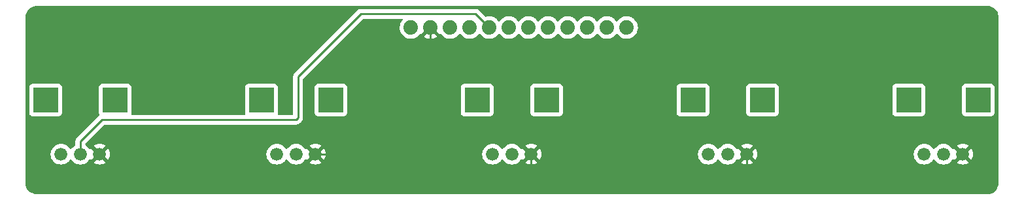
<source format=gbl>
G04 #@! TF.GenerationSoftware,KiCad,Pcbnew,6.0.5-a6ca702e91~116~ubuntu22.04.1*
G04 #@! TF.CreationDate,2022-06-23T14:32:34-07:00*
G04 #@! TF.ProjectId,slim_deej,736c696d-5f64-4656-956a-2e6b69636164,v0.0*
G04 #@! TF.SameCoordinates,Original*
G04 #@! TF.FileFunction,Copper,L2,Bot*
G04 #@! TF.FilePolarity,Positive*
%FSLAX46Y46*%
G04 Gerber Fmt 4.6, Leading zero omitted, Abs format (unit mm)*
G04 Created by KiCad (PCBNEW 6.0.5-a6ca702e91~116~ubuntu22.04.1) date 2022-06-23 14:32:34*
%MOMM*%
%LPD*%
G01*
G04 APERTURE LIST*
G04 #@! TA.AperFunction,ComponentPad*
%ADD10C,1.879600*%
G04 #@! TD*
G04 #@! TA.AperFunction,ComponentPad*
%ADD11C,1.676400*%
G04 #@! TD*
G04 #@! TA.AperFunction,ComponentPad*
%ADD12R,3.216000X3.216000*%
G04 #@! TD*
G04 #@! TA.AperFunction,Conductor*
%ADD13C,0.254000*%
G04 #@! TD*
G04 APERTURE END LIST*
D10*
X164058600Y-84378800D03*
X161518600Y-84378800D03*
X158978600Y-84378800D03*
X156438600Y-84378800D03*
X153898600Y-84378800D03*
X151358600Y-84378800D03*
X148818600Y-84378800D03*
X146278600Y-84378800D03*
X143738600Y-84378800D03*
X141198600Y-84378800D03*
X138658600Y-84378800D03*
X136118600Y-84378800D03*
D11*
X179639600Y-100776800D03*
X177139600Y-100776800D03*
X174639600Y-100776800D03*
D12*
X181639600Y-93776800D03*
X172639600Y-93776800D03*
D11*
X151699600Y-100776800D03*
X149199600Y-100776800D03*
X146699600Y-100776800D03*
D12*
X153699600Y-93776800D03*
X144699600Y-93776800D03*
D11*
X95819600Y-100776800D03*
X93319600Y-100776800D03*
X90819600Y-100776800D03*
D12*
X97819600Y-93776800D03*
X88819600Y-93776800D03*
D11*
X207579600Y-100776800D03*
X205079600Y-100776800D03*
X202579600Y-100776800D03*
D12*
X209579600Y-93776800D03*
X200579600Y-93776800D03*
D11*
X123759600Y-100776800D03*
X121259600Y-100776800D03*
X118759600Y-100776800D03*
D12*
X125759600Y-93776800D03*
X116759600Y-93776800D03*
D13*
X121513600Y-90728800D02*
X129641600Y-82600800D01*
X144500600Y-82600800D02*
X146278600Y-84378800D01*
X93319600Y-100776800D02*
X93319600Y-99110800D01*
X96113600Y-96316800D02*
X121259600Y-96316800D01*
X121259600Y-96316800D02*
X121513600Y-96062800D01*
X121513600Y-96062800D02*
X121513600Y-90728800D01*
X93319600Y-99110800D02*
X96113600Y-96316800D01*
X129641600Y-82600800D02*
X144500600Y-82600800D01*
X141071600Y-102920800D02*
X151739600Y-102920800D01*
X151699600Y-102880800D02*
X151739600Y-102920800D01*
X138643600Y-100776800D02*
X138785600Y-100634800D01*
X97963600Y-102920800D02*
X95819600Y-100776800D01*
X123759600Y-100776800D02*
X138643600Y-100776800D01*
X151739600Y-102920800D02*
X179679600Y-102920800D01*
X141071600Y-102920800D02*
X97963600Y-102920800D01*
X151699600Y-100776800D02*
X151699600Y-102880800D01*
X179639600Y-102880800D02*
X179679600Y-102920800D01*
X179679600Y-102920800D02*
X205435600Y-102920800D01*
X138658600Y-100507800D02*
X138785600Y-100634800D01*
X138785600Y-100634800D02*
X141071600Y-102920800D01*
X179639600Y-100776800D02*
X179639600Y-102880800D01*
X205435600Y-102920800D02*
X207579600Y-100776800D01*
X138658600Y-84378800D02*
X138658600Y-100507800D01*
G04 #@! TA.AperFunction,Conductor*
G36*
X210745228Y-81580739D02*
G01*
X210760728Y-81583561D01*
X210769659Y-81582625D01*
X210776037Y-81581957D01*
X210801373Y-81581864D01*
X210967393Y-81598022D01*
X210985116Y-81601035D01*
X211039126Y-81614241D01*
X211171819Y-81646688D01*
X211188917Y-81652187D01*
X211367228Y-81723949D01*
X211383383Y-81731834D01*
X211549647Y-81828230D01*
X211564518Y-81838334D01*
X211715380Y-81957420D01*
X211728660Y-81969537D01*
X211861034Y-82108875D01*
X211872455Y-82122759D01*
X211983649Y-82279515D01*
X211992977Y-82294882D01*
X212080738Y-82465880D01*
X212087785Y-82482419D01*
X212133594Y-82615561D01*
X212150313Y-82664156D01*
X212154930Y-82681512D01*
X212190962Y-82870325D01*
X212193062Y-82888168D01*
X212200360Y-83047524D01*
X212199093Y-83066361D01*
X212198807Y-83073923D01*
X212197198Y-83082758D01*
X212201366Y-83122541D01*
X212202052Y-83135690D01*
X212200266Y-91930503D01*
X212197713Y-104499806D01*
X212195676Y-104522345D01*
X212192839Y-104537928D01*
X212193775Y-104546859D01*
X212194443Y-104553237D01*
X212194536Y-104578573D01*
X212178378Y-104744593D01*
X212175365Y-104762316D01*
X212129714Y-104949013D01*
X212124213Y-104966117D01*
X212052451Y-105144428D01*
X212044566Y-105160583D01*
X211948170Y-105326847D01*
X211938066Y-105341718D01*
X211818980Y-105492580D01*
X211806863Y-105505860D01*
X211667525Y-105638234D01*
X211653641Y-105649655D01*
X211496885Y-105760849D01*
X211481518Y-105770177D01*
X211310520Y-105857938D01*
X211293980Y-105864985D01*
X211112239Y-105927514D01*
X211094888Y-105932130D01*
X210906075Y-105968162D01*
X210888232Y-105970262D01*
X210728876Y-105977560D01*
X210710039Y-105976293D01*
X210702477Y-105976007D01*
X210693642Y-105974398D01*
X210653801Y-105978572D01*
X210640677Y-105979258D01*
X165552919Y-105977661D01*
X87676561Y-105974903D01*
X87654000Y-105972866D01*
X87647306Y-105971647D01*
X87647304Y-105971647D01*
X87638472Y-105970039D01*
X87627332Y-105971207D01*
X87623166Y-105971643D01*
X87597828Y-105971736D01*
X87431808Y-105955578D01*
X87414085Y-105952565D01*
X87360075Y-105939359D01*
X87227382Y-105906912D01*
X87210280Y-105901411D01*
X87031970Y-105829650D01*
X87015825Y-105821771D01*
X86849550Y-105725368D01*
X86834681Y-105715265D01*
X86683820Y-105596181D01*
X86670539Y-105584063D01*
X86538166Y-105444726D01*
X86526745Y-105430842D01*
X86415551Y-105274085D01*
X86406223Y-105258718D01*
X86318462Y-105087720D01*
X86311415Y-105071181D01*
X86248887Y-104889444D01*
X86244270Y-104872088D01*
X86208238Y-104683275D01*
X86206138Y-104665433D01*
X86198840Y-104506083D01*
X86200109Y-104487215D01*
X86200394Y-104479676D01*
X86202003Y-104470842D01*
X86197845Y-104431150D01*
X86197159Y-104417965D01*
X86197168Y-104402010D01*
X86199020Y-100776800D01*
X89467756Y-100776800D01*
X89488294Y-101011545D01*
X89489718Y-101016859D01*
X89489718Y-101016860D01*
X89525077Y-101148821D01*
X89549282Y-101239158D01*
X89551604Y-101244138D01*
X89551605Y-101244140D01*
X89640736Y-101435280D01*
X89648869Y-101452722D01*
X89784027Y-101645749D01*
X89950651Y-101812373D01*
X90143678Y-101947531D01*
X90148656Y-101949852D01*
X90148659Y-101949854D01*
X90351248Y-102044323D01*
X90357242Y-102047118D01*
X90362550Y-102048540D01*
X90362552Y-102048541D01*
X90579540Y-102106682D01*
X90584855Y-102108106D01*
X90819600Y-102128644D01*
X91054345Y-102108106D01*
X91059660Y-102106682D01*
X91276648Y-102048541D01*
X91276650Y-102048540D01*
X91281958Y-102047118D01*
X91287952Y-102044323D01*
X91490541Y-101949854D01*
X91490544Y-101949852D01*
X91495522Y-101947531D01*
X91688549Y-101812373D01*
X91855173Y-101645749D01*
X91966387Y-101486918D01*
X92021844Y-101442589D01*
X92092463Y-101435280D01*
X92155824Y-101467310D01*
X92172813Y-101486918D01*
X92284027Y-101645749D01*
X92450651Y-101812373D01*
X92643678Y-101947531D01*
X92648656Y-101949852D01*
X92648659Y-101949854D01*
X92851248Y-102044323D01*
X92857242Y-102047118D01*
X92862550Y-102048540D01*
X92862552Y-102048541D01*
X93079540Y-102106682D01*
X93084855Y-102108106D01*
X93319600Y-102128644D01*
X93554345Y-102108106D01*
X93559660Y-102106682D01*
X93776648Y-102048541D01*
X93776650Y-102048540D01*
X93781958Y-102047118D01*
X93787952Y-102044323D01*
X93990541Y-101949854D01*
X93990544Y-101949852D01*
X93995522Y-101947531D01*
X94077271Y-101890290D01*
X95070664Y-101890290D01*
X95079958Y-101902304D01*
X95139421Y-101943940D01*
X95148916Y-101949423D01*
X95352432Y-102044323D01*
X95362724Y-102048069D01*
X95579627Y-102106188D01*
X95590422Y-102108091D01*
X95814125Y-102127663D01*
X95825075Y-102127663D01*
X96048778Y-102108091D01*
X96059573Y-102106188D01*
X96276476Y-102048069D01*
X96286768Y-102044323D01*
X96490284Y-101949423D01*
X96499779Y-101943940D01*
X96560077Y-101901719D01*
X96568452Y-101891242D01*
X96561385Y-101877796D01*
X95832411Y-101148821D01*
X95818468Y-101141208D01*
X95816634Y-101141339D01*
X95810020Y-101145590D01*
X95077091Y-101878520D01*
X95070664Y-101890290D01*
X94077271Y-101890290D01*
X94188549Y-101812373D01*
X94355173Y-101645749D01*
X94466692Y-101486482D01*
X94522149Y-101442154D01*
X94592768Y-101434845D01*
X94656129Y-101466875D01*
X94673118Y-101486482D01*
X94694681Y-101517277D01*
X94705158Y-101525652D01*
X94718604Y-101518585D01*
X95447579Y-100789611D01*
X95453956Y-100777932D01*
X96184008Y-100777932D01*
X96184139Y-100779766D01*
X96188390Y-100786380D01*
X96921320Y-101519309D01*
X96933090Y-101525736D01*
X96945104Y-101516442D01*
X96986740Y-101456979D01*
X96992223Y-101447484D01*
X97087123Y-101243968D01*
X97090869Y-101233676D01*
X97148988Y-101016773D01*
X97150891Y-101005978D01*
X97170463Y-100782275D01*
X97170463Y-100776800D01*
X117407756Y-100776800D01*
X117428294Y-101011545D01*
X117429718Y-101016859D01*
X117429718Y-101016860D01*
X117465077Y-101148821D01*
X117489282Y-101239158D01*
X117491604Y-101244138D01*
X117491605Y-101244140D01*
X117580736Y-101435280D01*
X117588869Y-101452722D01*
X117724027Y-101645749D01*
X117890651Y-101812373D01*
X118083678Y-101947531D01*
X118088656Y-101949852D01*
X118088659Y-101949854D01*
X118291248Y-102044323D01*
X118297242Y-102047118D01*
X118302550Y-102048540D01*
X118302552Y-102048541D01*
X118519540Y-102106682D01*
X118524855Y-102108106D01*
X118759600Y-102128644D01*
X118994345Y-102108106D01*
X118999660Y-102106682D01*
X119216648Y-102048541D01*
X119216650Y-102048540D01*
X119221958Y-102047118D01*
X119227952Y-102044323D01*
X119430541Y-101949854D01*
X119430544Y-101949852D01*
X119435522Y-101947531D01*
X119628549Y-101812373D01*
X119795173Y-101645749D01*
X119906387Y-101486918D01*
X119961844Y-101442589D01*
X120032463Y-101435280D01*
X120095824Y-101467310D01*
X120112813Y-101486918D01*
X120224027Y-101645749D01*
X120390651Y-101812373D01*
X120583678Y-101947531D01*
X120588656Y-101949852D01*
X120588659Y-101949854D01*
X120791248Y-102044323D01*
X120797242Y-102047118D01*
X120802550Y-102048540D01*
X120802552Y-102048541D01*
X121019540Y-102106682D01*
X121024855Y-102108106D01*
X121259600Y-102128644D01*
X121494345Y-102108106D01*
X121499660Y-102106682D01*
X121716648Y-102048541D01*
X121716650Y-102048540D01*
X121721958Y-102047118D01*
X121727952Y-102044323D01*
X121930541Y-101949854D01*
X121930544Y-101949852D01*
X121935522Y-101947531D01*
X122017271Y-101890290D01*
X123010664Y-101890290D01*
X123019958Y-101902304D01*
X123079421Y-101943940D01*
X123088916Y-101949423D01*
X123292432Y-102044323D01*
X123302724Y-102048069D01*
X123519627Y-102106188D01*
X123530422Y-102108091D01*
X123754125Y-102127663D01*
X123765075Y-102127663D01*
X123988778Y-102108091D01*
X123999573Y-102106188D01*
X124216476Y-102048069D01*
X124226768Y-102044323D01*
X124430284Y-101949423D01*
X124439779Y-101943940D01*
X124500077Y-101901719D01*
X124508452Y-101891242D01*
X124501385Y-101877796D01*
X123772411Y-101148821D01*
X123758468Y-101141208D01*
X123756634Y-101141339D01*
X123750020Y-101145590D01*
X123017091Y-101878520D01*
X123010664Y-101890290D01*
X122017271Y-101890290D01*
X122128549Y-101812373D01*
X122295173Y-101645749D01*
X122406692Y-101486482D01*
X122462149Y-101442154D01*
X122532768Y-101434845D01*
X122596129Y-101466875D01*
X122613118Y-101486482D01*
X122634681Y-101517277D01*
X122645158Y-101525652D01*
X122658604Y-101518585D01*
X123387579Y-100789611D01*
X123393956Y-100777932D01*
X124124008Y-100777932D01*
X124124139Y-100779766D01*
X124128390Y-100786380D01*
X124861320Y-101519309D01*
X124873090Y-101525736D01*
X124885104Y-101516442D01*
X124926740Y-101456979D01*
X124932223Y-101447484D01*
X125027123Y-101243968D01*
X125030869Y-101233676D01*
X125088988Y-101016773D01*
X125090891Y-101005978D01*
X125110463Y-100782275D01*
X125110463Y-100776800D01*
X145347756Y-100776800D01*
X145368294Y-101011545D01*
X145369718Y-101016859D01*
X145369718Y-101016860D01*
X145405077Y-101148821D01*
X145429282Y-101239158D01*
X145431604Y-101244138D01*
X145431605Y-101244140D01*
X145520736Y-101435280D01*
X145528869Y-101452722D01*
X145664027Y-101645749D01*
X145830651Y-101812373D01*
X146023678Y-101947531D01*
X146028656Y-101949852D01*
X146028659Y-101949854D01*
X146231248Y-102044323D01*
X146237242Y-102047118D01*
X146242550Y-102048540D01*
X146242552Y-102048541D01*
X146459540Y-102106682D01*
X146464855Y-102108106D01*
X146699600Y-102128644D01*
X146934345Y-102108106D01*
X146939660Y-102106682D01*
X147156648Y-102048541D01*
X147156650Y-102048540D01*
X147161958Y-102047118D01*
X147167952Y-102044323D01*
X147370541Y-101949854D01*
X147370544Y-101949852D01*
X147375522Y-101947531D01*
X147568549Y-101812373D01*
X147735173Y-101645749D01*
X147846387Y-101486918D01*
X147901844Y-101442589D01*
X147972463Y-101435280D01*
X148035824Y-101467310D01*
X148052813Y-101486918D01*
X148164027Y-101645749D01*
X148330651Y-101812373D01*
X148523678Y-101947531D01*
X148528656Y-101949852D01*
X148528659Y-101949854D01*
X148731248Y-102044323D01*
X148737242Y-102047118D01*
X148742550Y-102048540D01*
X148742552Y-102048541D01*
X148959540Y-102106682D01*
X148964855Y-102108106D01*
X149199600Y-102128644D01*
X149434345Y-102108106D01*
X149439660Y-102106682D01*
X149656648Y-102048541D01*
X149656650Y-102048540D01*
X149661958Y-102047118D01*
X149667952Y-102044323D01*
X149870541Y-101949854D01*
X149870544Y-101949852D01*
X149875522Y-101947531D01*
X149957271Y-101890290D01*
X150950664Y-101890290D01*
X150959958Y-101902304D01*
X151019421Y-101943940D01*
X151028916Y-101949423D01*
X151232432Y-102044323D01*
X151242724Y-102048069D01*
X151459627Y-102106188D01*
X151470422Y-102108091D01*
X151694125Y-102127663D01*
X151705075Y-102127663D01*
X151928778Y-102108091D01*
X151939573Y-102106188D01*
X152156476Y-102048069D01*
X152166768Y-102044323D01*
X152370284Y-101949423D01*
X152379779Y-101943940D01*
X152440077Y-101901719D01*
X152448452Y-101891242D01*
X152441385Y-101877796D01*
X151712411Y-101148821D01*
X151698468Y-101141208D01*
X151696634Y-101141339D01*
X151690020Y-101145590D01*
X150957091Y-101878520D01*
X150950664Y-101890290D01*
X149957271Y-101890290D01*
X150068549Y-101812373D01*
X150235173Y-101645749D01*
X150346692Y-101486482D01*
X150402149Y-101442154D01*
X150472768Y-101434845D01*
X150536129Y-101466875D01*
X150553118Y-101486482D01*
X150574681Y-101517277D01*
X150585158Y-101525652D01*
X150598604Y-101518585D01*
X151327579Y-100789611D01*
X151333956Y-100777932D01*
X152064008Y-100777932D01*
X152064139Y-100779766D01*
X152068390Y-100786380D01*
X152801320Y-101519309D01*
X152813090Y-101525736D01*
X152825104Y-101516442D01*
X152866740Y-101456979D01*
X152872223Y-101447484D01*
X152967123Y-101243968D01*
X152970869Y-101233676D01*
X153028988Y-101016773D01*
X153030891Y-101005978D01*
X153050463Y-100782275D01*
X153050463Y-100776800D01*
X173287756Y-100776800D01*
X173308294Y-101011545D01*
X173309718Y-101016859D01*
X173309718Y-101016860D01*
X173345077Y-101148821D01*
X173369282Y-101239158D01*
X173371604Y-101244138D01*
X173371605Y-101244140D01*
X173460736Y-101435280D01*
X173468869Y-101452722D01*
X173604027Y-101645749D01*
X173770651Y-101812373D01*
X173963678Y-101947531D01*
X173968656Y-101949852D01*
X173968659Y-101949854D01*
X174171248Y-102044323D01*
X174177242Y-102047118D01*
X174182550Y-102048540D01*
X174182552Y-102048541D01*
X174399540Y-102106682D01*
X174404855Y-102108106D01*
X174639600Y-102128644D01*
X174874345Y-102108106D01*
X174879660Y-102106682D01*
X175096648Y-102048541D01*
X175096650Y-102048540D01*
X175101958Y-102047118D01*
X175107952Y-102044323D01*
X175310541Y-101949854D01*
X175310544Y-101949852D01*
X175315522Y-101947531D01*
X175508549Y-101812373D01*
X175675173Y-101645749D01*
X175786387Y-101486918D01*
X175841844Y-101442589D01*
X175912463Y-101435280D01*
X175975824Y-101467310D01*
X175992813Y-101486918D01*
X176104027Y-101645749D01*
X176270651Y-101812373D01*
X176463678Y-101947531D01*
X176468656Y-101949852D01*
X176468659Y-101949854D01*
X176671248Y-102044323D01*
X176677242Y-102047118D01*
X176682550Y-102048540D01*
X176682552Y-102048541D01*
X176899540Y-102106682D01*
X176904855Y-102108106D01*
X177139600Y-102128644D01*
X177374345Y-102108106D01*
X177379660Y-102106682D01*
X177596648Y-102048541D01*
X177596650Y-102048540D01*
X177601958Y-102047118D01*
X177607952Y-102044323D01*
X177810541Y-101949854D01*
X177810544Y-101949852D01*
X177815522Y-101947531D01*
X177897271Y-101890290D01*
X178890664Y-101890290D01*
X178899958Y-101902304D01*
X178959421Y-101943940D01*
X178968916Y-101949423D01*
X179172432Y-102044323D01*
X179182724Y-102048069D01*
X179399627Y-102106188D01*
X179410422Y-102108091D01*
X179634125Y-102127663D01*
X179645075Y-102127663D01*
X179868778Y-102108091D01*
X179879573Y-102106188D01*
X180096476Y-102048069D01*
X180106768Y-102044323D01*
X180310284Y-101949423D01*
X180319779Y-101943940D01*
X180380077Y-101901719D01*
X180388452Y-101891242D01*
X180381385Y-101877796D01*
X179652411Y-101148821D01*
X179638468Y-101141208D01*
X179636634Y-101141339D01*
X179630020Y-101145590D01*
X178897091Y-101878520D01*
X178890664Y-101890290D01*
X177897271Y-101890290D01*
X178008549Y-101812373D01*
X178175173Y-101645749D01*
X178286692Y-101486482D01*
X178342149Y-101442154D01*
X178412768Y-101434845D01*
X178476129Y-101466875D01*
X178493118Y-101486482D01*
X178514681Y-101517277D01*
X178525158Y-101525652D01*
X178538604Y-101518585D01*
X179267579Y-100789611D01*
X179273956Y-100777932D01*
X180004008Y-100777932D01*
X180004139Y-100779766D01*
X180008390Y-100786380D01*
X180741320Y-101519309D01*
X180753090Y-101525736D01*
X180765104Y-101516442D01*
X180806740Y-101456979D01*
X180812223Y-101447484D01*
X180907123Y-101243968D01*
X180910869Y-101233676D01*
X180968988Y-101016773D01*
X180970891Y-101005978D01*
X180990463Y-100782275D01*
X180990463Y-100776800D01*
X201227756Y-100776800D01*
X201248294Y-101011545D01*
X201249718Y-101016859D01*
X201249718Y-101016860D01*
X201285077Y-101148821D01*
X201309282Y-101239158D01*
X201311604Y-101244138D01*
X201311605Y-101244140D01*
X201400736Y-101435280D01*
X201408869Y-101452722D01*
X201544027Y-101645749D01*
X201710651Y-101812373D01*
X201903678Y-101947531D01*
X201908656Y-101949852D01*
X201908659Y-101949854D01*
X202111248Y-102044323D01*
X202117242Y-102047118D01*
X202122550Y-102048540D01*
X202122552Y-102048541D01*
X202339540Y-102106682D01*
X202344855Y-102108106D01*
X202579600Y-102128644D01*
X202814345Y-102108106D01*
X202819660Y-102106682D01*
X203036648Y-102048541D01*
X203036650Y-102048540D01*
X203041958Y-102047118D01*
X203047952Y-102044323D01*
X203250541Y-101949854D01*
X203250544Y-101949852D01*
X203255522Y-101947531D01*
X203448549Y-101812373D01*
X203615173Y-101645749D01*
X203726387Y-101486918D01*
X203781844Y-101442589D01*
X203852463Y-101435280D01*
X203915824Y-101467310D01*
X203932813Y-101486918D01*
X204044027Y-101645749D01*
X204210651Y-101812373D01*
X204403678Y-101947531D01*
X204408656Y-101949852D01*
X204408659Y-101949854D01*
X204611248Y-102044323D01*
X204617242Y-102047118D01*
X204622550Y-102048540D01*
X204622552Y-102048541D01*
X204839540Y-102106682D01*
X204844855Y-102108106D01*
X205079600Y-102128644D01*
X205314345Y-102108106D01*
X205319660Y-102106682D01*
X205536648Y-102048541D01*
X205536650Y-102048540D01*
X205541958Y-102047118D01*
X205547952Y-102044323D01*
X205750541Y-101949854D01*
X205750544Y-101949852D01*
X205755522Y-101947531D01*
X205837271Y-101890290D01*
X206830664Y-101890290D01*
X206839958Y-101902304D01*
X206899421Y-101943940D01*
X206908916Y-101949423D01*
X207112432Y-102044323D01*
X207122724Y-102048069D01*
X207339627Y-102106188D01*
X207350422Y-102108091D01*
X207574125Y-102127663D01*
X207585075Y-102127663D01*
X207808778Y-102108091D01*
X207819573Y-102106188D01*
X208036476Y-102048069D01*
X208046768Y-102044323D01*
X208250284Y-101949423D01*
X208259779Y-101943940D01*
X208320077Y-101901719D01*
X208328452Y-101891242D01*
X208321385Y-101877796D01*
X207592411Y-101148821D01*
X207578468Y-101141208D01*
X207576634Y-101141339D01*
X207570020Y-101145590D01*
X206837091Y-101878520D01*
X206830664Y-101890290D01*
X205837271Y-101890290D01*
X205948549Y-101812373D01*
X206115173Y-101645749D01*
X206226692Y-101486482D01*
X206282149Y-101442154D01*
X206352768Y-101434845D01*
X206416129Y-101466875D01*
X206433118Y-101486482D01*
X206454681Y-101517277D01*
X206465158Y-101525652D01*
X206478604Y-101518585D01*
X207207579Y-100789611D01*
X207213956Y-100777932D01*
X207944008Y-100777932D01*
X207944139Y-100779766D01*
X207948390Y-100786380D01*
X208681320Y-101519309D01*
X208693090Y-101525736D01*
X208705104Y-101516442D01*
X208746740Y-101456979D01*
X208752223Y-101447484D01*
X208847123Y-101243968D01*
X208850869Y-101233676D01*
X208908988Y-101016773D01*
X208910891Y-101005978D01*
X208930463Y-100782275D01*
X208930463Y-100771325D01*
X208910891Y-100547622D01*
X208908988Y-100536827D01*
X208850869Y-100319924D01*
X208847123Y-100309632D01*
X208752223Y-100106116D01*
X208746740Y-100096621D01*
X208704519Y-100036323D01*
X208694042Y-100027948D01*
X208680596Y-100035015D01*
X207951621Y-100763989D01*
X207944008Y-100777932D01*
X207213956Y-100777932D01*
X207215192Y-100775668D01*
X207215061Y-100773834D01*
X207210810Y-100767220D01*
X206477880Y-100034291D01*
X206466110Y-100027864D01*
X206454096Y-100037158D01*
X206433118Y-100067118D01*
X206377661Y-100111446D01*
X206307042Y-100118755D01*
X206243681Y-100086724D01*
X206226692Y-100067118D01*
X206205129Y-100036323D01*
X206115173Y-99907851D01*
X205948549Y-99741227D01*
X205835912Y-99662358D01*
X206830748Y-99662358D01*
X206837815Y-99675804D01*
X207566789Y-100404779D01*
X207580732Y-100412392D01*
X207582566Y-100412261D01*
X207589180Y-100408010D01*
X208322109Y-99675080D01*
X208328536Y-99663310D01*
X208319242Y-99651296D01*
X208259779Y-99609660D01*
X208250284Y-99604177D01*
X208046768Y-99509277D01*
X208036476Y-99505531D01*
X207819573Y-99447412D01*
X207808778Y-99445509D01*
X207585075Y-99425937D01*
X207574125Y-99425937D01*
X207350422Y-99445509D01*
X207339627Y-99447412D01*
X207122724Y-99505531D01*
X207112432Y-99509277D01*
X206908916Y-99604177D01*
X206899421Y-99609660D01*
X206839123Y-99651881D01*
X206830748Y-99662358D01*
X205835912Y-99662358D01*
X205755522Y-99606069D01*
X205750544Y-99603748D01*
X205750541Y-99603746D01*
X205546940Y-99508805D01*
X205546938Y-99508804D01*
X205541958Y-99506482D01*
X205536650Y-99505060D01*
X205536648Y-99505059D01*
X205319660Y-99446918D01*
X205319659Y-99446918D01*
X205314345Y-99445494D01*
X205079600Y-99424956D01*
X204844855Y-99445494D01*
X204839541Y-99446918D01*
X204839540Y-99446918D01*
X204622552Y-99505059D01*
X204622550Y-99505060D01*
X204617242Y-99506482D01*
X204612262Y-99508804D01*
X204612260Y-99508805D01*
X204408659Y-99603746D01*
X204408656Y-99603748D01*
X204403678Y-99606069D01*
X204210651Y-99741227D01*
X204044027Y-99907851D01*
X204040868Y-99912363D01*
X203932813Y-100066682D01*
X203877356Y-100111011D01*
X203806737Y-100118320D01*
X203743376Y-100086290D01*
X203726387Y-100066682D01*
X203618332Y-99912363D01*
X203615173Y-99907851D01*
X203448549Y-99741227D01*
X203255522Y-99606069D01*
X203250544Y-99603748D01*
X203250541Y-99603746D01*
X203046940Y-99508805D01*
X203046938Y-99508804D01*
X203041958Y-99506482D01*
X203036650Y-99505060D01*
X203036648Y-99505059D01*
X202819660Y-99446918D01*
X202819659Y-99446918D01*
X202814345Y-99445494D01*
X202579600Y-99424956D01*
X202344855Y-99445494D01*
X202339541Y-99446918D01*
X202339540Y-99446918D01*
X202122552Y-99505059D01*
X202122550Y-99505060D01*
X202117242Y-99506482D01*
X202112262Y-99508804D01*
X202112260Y-99508805D01*
X201908659Y-99603746D01*
X201908656Y-99603748D01*
X201903678Y-99606069D01*
X201710651Y-99741227D01*
X201544027Y-99907851D01*
X201408869Y-100100878D01*
X201406548Y-100105856D01*
X201406546Y-100105859D01*
X201329600Y-100270870D01*
X201309282Y-100314442D01*
X201307860Y-100319750D01*
X201307859Y-100319752D01*
X201284211Y-100408010D01*
X201248294Y-100542055D01*
X201227756Y-100776800D01*
X180990463Y-100776800D01*
X180990463Y-100771325D01*
X180970891Y-100547622D01*
X180968988Y-100536827D01*
X180910869Y-100319924D01*
X180907123Y-100309632D01*
X180812223Y-100106116D01*
X180806740Y-100096621D01*
X180764519Y-100036323D01*
X180754042Y-100027948D01*
X180740596Y-100035015D01*
X180011621Y-100763989D01*
X180004008Y-100777932D01*
X179273956Y-100777932D01*
X179275192Y-100775668D01*
X179275061Y-100773834D01*
X179270810Y-100767220D01*
X178537880Y-100034291D01*
X178526110Y-100027864D01*
X178514096Y-100037158D01*
X178493118Y-100067118D01*
X178437661Y-100111446D01*
X178367042Y-100118755D01*
X178303681Y-100086724D01*
X178286692Y-100067118D01*
X178265129Y-100036323D01*
X178175173Y-99907851D01*
X178008549Y-99741227D01*
X177895912Y-99662358D01*
X178890748Y-99662358D01*
X178897815Y-99675804D01*
X179626789Y-100404779D01*
X179640732Y-100412392D01*
X179642566Y-100412261D01*
X179649180Y-100408010D01*
X180382109Y-99675080D01*
X180388536Y-99663310D01*
X180379242Y-99651296D01*
X180319779Y-99609660D01*
X180310284Y-99604177D01*
X180106768Y-99509277D01*
X180096476Y-99505531D01*
X179879573Y-99447412D01*
X179868778Y-99445509D01*
X179645075Y-99425937D01*
X179634125Y-99425937D01*
X179410422Y-99445509D01*
X179399627Y-99447412D01*
X179182724Y-99505531D01*
X179172432Y-99509277D01*
X178968916Y-99604177D01*
X178959421Y-99609660D01*
X178899123Y-99651881D01*
X178890748Y-99662358D01*
X177895912Y-99662358D01*
X177815522Y-99606069D01*
X177810544Y-99603748D01*
X177810541Y-99603746D01*
X177606940Y-99508805D01*
X177606938Y-99508804D01*
X177601958Y-99506482D01*
X177596650Y-99505060D01*
X177596648Y-99505059D01*
X177379660Y-99446918D01*
X177379659Y-99446918D01*
X177374345Y-99445494D01*
X177139600Y-99424956D01*
X176904855Y-99445494D01*
X176899541Y-99446918D01*
X176899540Y-99446918D01*
X176682552Y-99505059D01*
X176682550Y-99505060D01*
X176677242Y-99506482D01*
X176672262Y-99508804D01*
X176672260Y-99508805D01*
X176468659Y-99603746D01*
X176468656Y-99603748D01*
X176463678Y-99606069D01*
X176270651Y-99741227D01*
X176104027Y-99907851D01*
X176100868Y-99912363D01*
X175992813Y-100066682D01*
X175937356Y-100111011D01*
X175866737Y-100118320D01*
X175803376Y-100086290D01*
X175786387Y-100066682D01*
X175678332Y-99912363D01*
X175675173Y-99907851D01*
X175508549Y-99741227D01*
X175315522Y-99606069D01*
X175310544Y-99603748D01*
X175310541Y-99603746D01*
X175106940Y-99508805D01*
X175106938Y-99508804D01*
X175101958Y-99506482D01*
X175096650Y-99505060D01*
X175096648Y-99505059D01*
X174879660Y-99446918D01*
X174879659Y-99446918D01*
X174874345Y-99445494D01*
X174639600Y-99424956D01*
X174404855Y-99445494D01*
X174399541Y-99446918D01*
X174399540Y-99446918D01*
X174182552Y-99505059D01*
X174182550Y-99505060D01*
X174177242Y-99506482D01*
X174172262Y-99508804D01*
X174172260Y-99508805D01*
X173968659Y-99603746D01*
X173968656Y-99603748D01*
X173963678Y-99606069D01*
X173770651Y-99741227D01*
X173604027Y-99907851D01*
X173468869Y-100100878D01*
X173466548Y-100105856D01*
X173466546Y-100105859D01*
X173389600Y-100270870D01*
X173369282Y-100314442D01*
X173367860Y-100319750D01*
X173367859Y-100319752D01*
X173344211Y-100408010D01*
X173308294Y-100542055D01*
X173287756Y-100776800D01*
X153050463Y-100776800D01*
X153050463Y-100771325D01*
X153030891Y-100547622D01*
X153028988Y-100536827D01*
X152970869Y-100319924D01*
X152967123Y-100309632D01*
X152872223Y-100106116D01*
X152866740Y-100096621D01*
X152824519Y-100036323D01*
X152814042Y-100027948D01*
X152800596Y-100035015D01*
X152071621Y-100763989D01*
X152064008Y-100777932D01*
X151333956Y-100777932D01*
X151335192Y-100775668D01*
X151335061Y-100773834D01*
X151330810Y-100767220D01*
X150597880Y-100034291D01*
X150586110Y-100027864D01*
X150574096Y-100037158D01*
X150553118Y-100067118D01*
X150497661Y-100111446D01*
X150427042Y-100118755D01*
X150363681Y-100086724D01*
X150346692Y-100067118D01*
X150325129Y-100036323D01*
X150235173Y-99907851D01*
X150068549Y-99741227D01*
X149955912Y-99662358D01*
X150950748Y-99662358D01*
X150957815Y-99675804D01*
X151686789Y-100404779D01*
X151700732Y-100412392D01*
X151702566Y-100412261D01*
X151709180Y-100408010D01*
X152442109Y-99675080D01*
X152448536Y-99663310D01*
X152439242Y-99651296D01*
X152379779Y-99609660D01*
X152370284Y-99604177D01*
X152166768Y-99509277D01*
X152156476Y-99505531D01*
X151939573Y-99447412D01*
X151928778Y-99445509D01*
X151705075Y-99425937D01*
X151694125Y-99425937D01*
X151470422Y-99445509D01*
X151459627Y-99447412D01*
X151242724Y-99505531D01*
X151232432Y-99509277D01*
X151028916Y-99604177D01*
X151019421Y-99609660D01*
X150959123Y-99651881D01*
X150950748Y-99662358D01*
X149955912Y-99662358D01*
X149875522Y-99606069D01*
X149870544Y-99603748D01*
X149870541Y-99603746D01*
X149666940Y-99508805D01*
X149666938Y-99508804D01*
X149661958Y-99506482D01*
X149656650Y-99505060D01*
X149656648Y-99505059D01*
X149439660Y-99446918D01*
X149439659Y-99446918D01*
X149434345Y-99445494D01*
X149199600Y-99424956D01*
X148964855Y-99445494D01*
X148959541Y-99446918D01*
X148959540Y-99446918D01*
X148742552Y-99505059D01*
X148742550Y-99505060D01*
X148737242Y-99506482D01*
X148732262Y-99508804D01*
X148732260Y-99508805D01*
X148528659Y-99603746D01*
X148528656Y-99603748D01*
X148523678Y-99606069D01*
X148330651Y-99741227D01*
X148164027Y-99907851D01*
X148160868Y-99912363D01*
X148052813Y-100066682D01*
X147997356Y-100111011D01*
X147926737Y-100118320D01*
X147863376Y-100086290D01*
X147846387Y-100066682D01*
X147738332Y-99912363D01*
X147735173Y-99907851D01*
X147568549Y-99741227D01*
X147375522Y-99606069D01*
X147370544Y-99603748D01*
X147370541Y-99603746D01*
X147166940Y-99508805D01*
X147166938Y-99508804D01*
X147161958Y-99506482D01*
X147156650Y-99505060D01*
X147156648Y-99505059D01*
X146939660Y-99446918D01*
X146939659Y-99446918D01*
X146934345Y-99445494D01*
X146699600Y-99424956D01*
X146464855Y-99445494D01*
X146459541Y-99446918D01*
X146459540Y-99446918D01*
X146242552Y-99505059D01*
X146242550Y-99505060D01*
X146237242Y-99506482D01*
X146232262Y-99508804D01*
X146232260Y-99508805D01*
X146028659Y-99603746D01*
X146028656Y-99603748D01*
X146023678Y-99606069D01*
X145830651Y-99741227D01*
X145664027Y-99907851D01*
X145528869Y-100100878D01*
X145526548Y-100105856D01*
X145526546Y-100105859D01*
X145449600Y-100270870D01*
X145429282Y-100314442D01*
X145427860Y-100319750D01*
X145427859Y-100319752D01*
X145404211Y-100408010D01*
X145368294Y-100542055D01*
X145347756Y-100776800D01*
X125110463Y-100776800D01*
X125110463Y-100771325D01*
X125090891Y-100547622D01*
X125088988Y-100536827D01*
X125030869Y-100319924D01*
X125027123Y-100309632D01*
X124932223Y-100106116D01*
X124926740Y-100096621D01*
X124884519Y-100036323D01*
X124874042Y-100027948D01*
X124860596Y-100035015D01*
X124131621Y-100763989D01*
X124124008Y-100777932D01*
X123393956Y-100777932D01*
X123395192Y-100775668D01*
X123395061Y-100773834D01*
X123390810Y-100767220D01*
X122657880Y-100034291D01*
X122646110Y-100027864D01*
X122634096Y-100037158D01*
X122613118Y-100067118D01*
X122557661Y-100111446D01*
X122487042Y-100118755D01*
X122423681Y-100086724D01*
X122406692Y-100067118D01*
X122385129Y-100036323D01*
X122295173Y-99907851D01*
X122128549Y-99741227D01*
X122015912Y-99662358D01*
X123010748Y-99662358D01*
X123017815Y-99675804D01*
X123746789Y-100404779D01*
X123760732Y-100412392D01*
X123762566Y-100412261D01*
X123769180Y-100408010D01*
X124502109Y-99675080D01*
X124508536Y-99663310D01*
X124499242Y-99651296D01*
X124439779Y-99609660D01*
X124430284Y-99604177D01*
X124226768Y-99509277D01*
X124216476Y-99505531D01*
X123999573Y-99447412D01*
X123988778Y-99445509D01*
X123765075Y-99425937D01*
X123754125Y-99425937D01*
X123530422Y-99445509D01*
X123519627Y-99447412D01*
X123302724Y-99505531D01*
X123292432Y-99509277D01*
X123088916Y-99604177D01*
X123079421Y-99609660D01*
X123019123Y-99651881D01*
X123010748Y-99662358D01*
X122015912Y-99662358D01*
X121935522Y-99606069D01*
X121930544Y-99603748D01*
X121930541Y-99603746D01*
X121726940Y-99508805D01*
X121726938Y-99508804D01*
X121721958Y-99506482D01*
X121716650Y-99505060D01*
X121716648Y-99505059D01*
X121499660Y-99446918D01*
X121499659Y-99446918D01*
X121494345Y-99445494D01*
X121259600Y-99424956D01*
X121024855Y-99445494D01*
X121019541Y-99446918D01*
X121019540Y-99446918D01*
X120802552Y-99505059D01*
X120802550Y-99505060D01*
X120797242Y-99506482D01*
X120792262Y-99508804D01*
X120792260Y-99508805D01*
X120588659Y-99603746D01*
X120588656Y-99603748D01*
X120583678Y-99606069D01*
X120390651Y-99741227D01*
X120224027Y-99907851D01*
X120220868Y-99912363D01*
X120112813Y-100066682D01*
X120057356Y-100111011D01*
X119986737Y-100118320D01*
X119923376Y-100086290D01*
X119906387Y-100066682D01*
X119798332Y-99912363D01*
X119795173Y-99907851D01*
X119628549Y-99741227D01*
X119435522Y-99606069D01*
X119430544Y-99603748D01*
X119430541Y-99603746D01*
X119226940Y-99508805D01*
X119226938Y-99508804D01*
X119221958Y-99506482D01*
X119216650Y-99505060D01*
X119216648Y-99505059D01*
X118999660Y-99446918D01*
X118999659Y-99446918D01*
X118994345Y-99445494D01*
X118759600Y-99424956D01*
X118524855Y-99445494D01*
X118519541Y-99446918D01*
X118519540Y-99446918D01*
X118302552Y-99505059D01*
X118302550Y-99505060D01*
X118297242Y-99506482D01*
X118292262Y-99508804D01*
X118292260Y-99508805D01*
X118088659Y-99603746D01*
X118088656Y-99603748D01*
X118083678Y-99606069D01*
X117890651Y-99741227D01*
X117724027Y-99907851D01*
X117588869Y-100100878D01*
X117586548Y-100105856D01*
X117586546Y-100105859D01*
X117509600Y-100270870D01*
X117489282Y-100314442D01*
X117487860Y-100319750D01*
X117487859Y-100319752D01*
X117464211Y-100408010D01*
X117428294Y-100542055D01*
X117407756Y-100776800D01*
X97170463Y-100776800D01*
X97170463Y-100771325D01*
X97150891Y-100547622D01*
X97148988Y-100536827D01*
X97090869Y-100319924D01*
X97087123Y-100309632D01*
X96992223Y-100106116D01*
X96986740Y-100096621D01*
X96944519Y-100036323D01*
X96934042Y-100027948D01*
X96920596Y-100035015D01*
X96191621Y-100763989D01*
X96184008Y-100777932D01*
X95453956Y-100777932D01*
X95455192Y-100775668D01*
X95455061Y-100773834D01*
X95450810Y-100767220D01*
X94717880Y-100034291D01*
X94706110Y-100027864D01*
X94694096Y-100037158D01*
X94673118Y-100067118D01*
X94617661Y-100111446D01*
X94547042Y-100118755D01*
X94483681Y-100086724D01*
X94466692Y-100067118D01*
X94445129Y-100036323D01*
X94355173Y-99907851D01*
X94188549Y-99741227D01*
X94075912Y-99662358D01*
X95070748Y-99662358D01*
X95077815Y-99675804D01*
X95806789Y-100404779D01*
X95820732Y-100412392D01*
X95822566Y-100412261D01*
X95829180Y-100408010D01*
X96562109Y-99675080D01*
X96568536Y-99663310D01*
X96559242Y-99651296D01*
X96499779Y-99609660D01*
X96490284Y-99604177D01*
X96286768Y-99509277D01*
X96276476Y-99505531D01*
X96059573Y-99447412D01*
X96048778Y-99445509D01*
X95825075Y-99425937D01*
X95814125Y-99425937D01*
X95590422Y-99445509D01*
X95579627Y-99447412D01*
X95362724Y-99505531D01*
X95352432Y-99509277D01*
X95148916Y-99604177D01*
X95139421Y-99609660D01*
X95079123Y-99651881D01*
X95070748Y-99662358D01*
X94075912Y-99662358D01*
X94008830Y-99615387D01*
X93964501Y-99559930D01*
X93955100Y-99512174D01*
X93955100Y-99426222D01*
X93975102Y-99358101D01*
X93992005Y-99337127D01*
X96339928Y-96989205D01*
X96402240Y-96955179D01*
X96429023Y-96952300D01*
X121180580Y-96952300D01*
X121191814Y-96952830D01*
X121199319Y-96954508D01*
X121267612Y-96952362D01*
X121271569Y-96952300D01*
X121299583Y-96952300D01*
X121303508Y-96951804D01*
X121303509Y-96951804D01*
X121303604Y-96951792D01*
X121315449Y-96950859D01*
X121345270Y-96949922D01*
X121351882Y-96949714D01*
X121351883Y-96949714D01*
X121359805Y-96949465D01*
X121379349Y-96943787D01*
X121398712Y-96939777D01*
X121411040Y-96938220D01*
X121411042Y-96938220D01*
X121418899Y-96937227D01*
X121426263Y-96934311D01*
X121426268Y-96934310D01*
X121460156Y-96920893D01*
X121471385Y-96917048D01*
X121488065Y-96912202D01*
X121513993Y-96904669D01*
X121520820Y-96900631D01*
X121520823Y-96900630D01*
X121531506Y-96894312D01*
X121549264Y-96885612D01*
X121560815Y-96881039D01*
X121560821Y-96881035D01*
X121568188Y-96878119D01*
X121604091Y-96852034D01*
X121614010Y-96845519D01*
X121645368Y-96826974D01*
X121645372Y-96826971D01*
X121652198Y-96822934D01*
X121666582Y-96808550D01*
X121681616Y-96795709D01*
X121691673Y-96788402D01*
X121698087Y-96783742D01*
X121726378Y-96749544D01*
X121734367Y-96740765D01*
X121907077Y-96568055D01*
X121915403Y-96560478D01*
X121921903Y-96556353D01*
X121968701Y-96506518D01*
X121971455Y-96503677D01*
X121991238Y-96483894D01*
X121993729Y-96480683D01*
X122001438Y-96471656D01*
X122026389Y-96445086D01*
X122031817Y-96439306D01*
X122041622Y-96421471D01*
X122052476Y-96404947D01*
X122060091Y-96395130D01*
X122060092Y-96395129D01*
X122064949Y-96388867D01*
X122082569Y-96348150D01*
X122087792Y-96337489D01*
X122105349Y-96305553D01*
X122105351Y-96305548D01*
X122109169Y-96298603D01*
X122111139Y-96290929D01*
X122111142Y-96290922D01*
X122114232Y-96278887D01*
X122120636Y-96260182D01*
X122125567Y-96248787D01*
X122128717Y-96241508D01*
X122135660Y-96197673D01*
X122138067Y-96186051D01*
X122149100Y-96143082D01*
X122149100Y-96122735D01*
X122150651Y-96103024D01*
X122152595Y-96090750D01*
X122153835Y-96082921D01*
X122149659Y-96038744D01*
X122149100Y-96026886D01*
X122149100Y-95432934D01*
X123643100Y-95432934D01*
X123649855Y-95495116D01*
X123700985Y-95631505D01*
X123788339Y-95748061D01*
X123904895Y-95835415D01*
X124041284Y-95886545D01*
X124103466Y-95893300D01*
X127415734Y-95893300D01*
X127477916Y-95886545D01*
X127614305Y-95835415D01*
X127730861Y-95748061D01*
X127818215Y-95631505D01*
X127869345Y-95495116D01*
X127876100Y-95432934D01*
X142583100Y-95432934D01*
X142589855Y-95495116D01*
X142640985Y-95631505D01*
X142728339Y-95748061D01*
X142844895Y-95835415D01*
X142981284Y-95886545D01*
X143043466Y-95893300D01*
X146355734Y-95893300D01*
X146417916Y-95886545D01*
X146554305Y-95835415D01*
X146670861Y-95748061D01*
X146758215Y-95631505D01*
X146809345Y-95495116D01*
X146816100Y-95432934D01*
X151583100Y-95432934D01*
X151589855Y-95495116D01*
X151640985Y-95631505D01*
X151728339Y-95748061D01*
X151844895Y-95835415D01*
X151981284Y-95886545D01*
X152043466Y-95893300D01*
X155355734Y-95893300D01*
X155417916Y-95886545D01*
X155554305Y-95835415D01*
X155670861Y-95748061D01*
X155758215Y-95631505D01*
X155809345Y-95495116D01*
X155816100Y-95432934D01*
X170523100Y-95432934D01*
X170529855Y-95495116D01*
X170580985Y-95631505D01*
X170668339Y-95748061D01*
X170784895Y-95835415D01*
X170921284Y-95886545D01*
X170983466Y-95893300D01*
X174295734Y-95893300D01*
X174357916Y-95886545D01*
X174494305Y-95835415D01*
X174610861Y-95748061D01*
X174698215Y-95631505D01*
X174749345Y-95495116D01*
X174756100Y-95432934D01*
X179523100Y-95432934D01*
X179529855Y-95495116D01*
X179580985Y-95631505D01*
X179668339Y-95748061D01*
X179784895Y-95835415D01*
X179921284Y-95886545D01*
X179983466Y-95893300D01*
X183295734Y-95893300D01*
X183357916Y-95886545D01*
X183494305Y-95835415D01*
X183610861Y-95748061D01*
X183698215Y-95631505D01*
X183749345Y-95495116D01*
X183756100Y-95432934D01*
X198463100Y-95432934D01*
X198469855Y-95495116D01*
X198520985Y-95631505D01*
X198608339Y-95748061D01*
X198724895Y-95835415D01*
X198861284Y-95886545D01*
X198923466Y-95893300D01*
X202235734Y-95893300D01*
X202297916Y-95886545D01*
X202434305Y-95835415D01*
X202550861Y-95748061D01*
X202638215Y-95631505D01*
X202689345Y-95495116D01*
X202696100Y-95432934D01*
X207463100Y-95432934D01*
X207469855Y-95495116D01*
X207520985Y-95631505D01*
X207608339Y-95748061D01*
X207724895Y-95835415D01*
X207861284Y-95886545D01*
X207923466Y-95893300D01*
X211235734Y-95893300D01*
X211297916Y-95886545D01*
X211434305Y-95835415D01*
X211550861Y-95748061D01*
X211638215Y-95631505D01*
X211689345Y-95495116D01*
X211696100Y-95432934D01*
X211696100Y-92120666D01*
X211689345Y-92058484D01*
X211638215Y-91922095D01*
X211550861Y-91805539D01*
X211434305Y-91718185D01*
X211297916Y-91667055D01*
X211235734Y-91660300D01*
X207923466Y-91660300D01*
X207861284Y-91667055D01*
X207724895Y-91718185D01*
X207608339Y-91805539D01*
X207520985Y-91922095D01*
X207469855Y-92058484D01*
X207463100Y-92120666D01*
X207463100Y-95432934D01*
X202696100Y-95432934D01*
X202696100Y-92120666D01*
X202689345Y-92058484D01*
X202638215Y-91922095D01*
X202550861Y-91805539D01*
X202434305Y-91718185D01*
X202297916Y-91667055D01*
X202235734Y-91660300D01*
X198923466Y-91660300D01*
X198861284Y-91667055D01*
X198724895Y-91718185D01*
X198608339Y-91805539D01*
X198520985Y-91922095D01*
X198469855Y-92058484D01*
X198463100Y-92120666D01*
X198463100Y-95432934D01*
X183756100Y-95432934D01*
X183756100Y-92120666D01*
X183749345Y-92058484D01*
X183698215Y-91922095D01*
X183610861Y-91805539D01*
X183494305Y-91718185D01*
X183357916Y-91667055D01*
X183295734Y-91660300D01*
X179983466Y-91660300D01*
X179921284Y-91667055D01*
X179784895Y-91718185D01*
X179668339Y-91805539D01*
X179580985Y-91922095D01*
X179529855Y-92058484D01*
X179523100Y-92120666D01*
X179523100Y-95432934D01*
X174756100Y-95432934D01*
X174756100Y-92120666D01*
X174749345Y-92058484D01*
X174698215Y-91922095D01*
X174610861Y-91805539D01*
X174494305Y-91718185D01*
X174357916Y-91667055D01*
X174295734Y-91660300D01*
X170983466Y-91660300D01*
X170921284Y-91667055D01*
X170784895Y-91718185D01*
X170668339Y-91805539D01*
X170580985Y-91922095D01*
X170529855Y-92058484D01*
X170523100Y-92120666D01*
X170523100Y-95432934D01*
X155816100Y-95432934D01*
X155816100Y-92120666D01*
X155809345Y-92058484D01*
X155758215Y-91922095D01*
X155670861Y-91805539D01*
X155554305Y-91718185D01*
X155417916Y-91667055D01*
X155355734Y-91660300D01*
X152043466Y-91660300D01*
X151981284Y-91667055D01*
X151844895Y-91718185D01*
X151728339Y-91805539D01*
X151640985Y-91922095D01*
X151589855Y-92058484D01*
X151583100Y-92120666D01*
X151583100Y-95432934D01*
X146816100Y-95432934D01*
X146816100Y-92120666D01*
X146809345Y-92058484D01*
X146758215Y-91922095D01*
X146670861Y-91805539D01*
X146554305Y-91718185D01*
X146417916Y-91667055D01*
X146355734Y-91660300D01*
X143043466Y-91660300D01*
X142981284Y-91667055D01*
X142844895Y-91718185D01*
X142728339Y-91805539D01*
X142640985Y-91922095D01*
X142589855Y-92058484D01*
X142583100Y-92120666D01*
X142583100Y-95432934D01*
X127876100Y-95432934D01*
X127876100Y-92120666D01*
X127869345Y-92058484D01*
X127818215Y-91922095D01*
X127730861Y-91805539D01*
X127614305Y-91718185D01*
X127477916Y-91667055D01*
X127415734Y-91660300D01*
X124103466Y-91660300D01*
X124041284Y-91667055D01*
X123904895Y-91718185D01*
X123788339Y-91805539D01*
X123700985Y-91922095D01*
X123649855Y-92058484D01*
X123643100Y-92120666D01*
X123643100Y-95432934D01*
X122149100Y-95432934D01*
X122149100Y-91044222D01*
X122169102Y-90976101D01*
X122186005Y-90955127D01*
X129867928Y-83273205D01*
X129930240Y-83239179D01*
X129957023Y-83236300D01*
X134912328Y-83236300D01*
X134980449Y-83256302D01*
X135026942Y-83309958D01*
X135037046Y-83380232D01*
X135003421Y-83449351D01*
X134989202Y-83464231D01*
X134986291Y-83468499D01*
X134986287Y-83468504D01*
X134892890Y-83605419D01*
X134854994Y-83660972D01*
X134754722Y-83876991D01*
X134691077Y-84106485D01*
X134690528Y-84111619D01*
X134690528Y-84111621D01*
X134685049Y-84162889D01*
X134665770Y-84343294D01*
X134666067Y-84348446D01*
X134666067Y-84348450D01*
X134672102Y-84453113D01*
X134679479Y-84581055D01*
X134680616Y-84586101D01*
X134680617Y-84586107D01*
X134713711Y-84732956D01*
X134731837Y-84813385D01*
X134733779Y-84818167D01*
X134733780Y-84818171D01*
X134819493Y-85029257D01*
X134821437Y-85034044D01*
X134824136Y-85038448D01*
X134941276Y-85229602D01*
X134945874Y-85237106D01*
X135101804Y-85417117D01*
X135285042Y-85569244D01*
X135289494Y-85571846D01*
X135289499Y-85571849D01*
X135387933Y-85629369D01*
X135490665Y-85689401D01*
X135713152Y-85774360D01*
X135718218Y-85775391D01*
X135718219Y-85775391D01*
X135772556Y-85786446D01*
X135946528Y-85821841D01*
X136080721Y-85826762D01*
X136179360Y-85830379D01*
X136179364Y-85830379D01*
X136184524Y-85830568D01*
X136189644Y-85829912D01*
X136189646Y-85829912D01*
X136415623Y-85800964D01*
X136415624Y-85800964D01*
X136420751Y-85800307D01*
X136505403Y-85774910D01*
X136643916Y-85733354D01*
X136643917Y-85733353D01*
X136648862Y-85731870D01*
X136862733Y-85627095D01*
X136866936Y-85624097D01*
X136866941Y-85624094D01*
X136943755Y-85569303D01*
X137832926Y-85569303D01*
X137838207Y-85576358D01*
X138026421Y-85686341D01*
X138035708Y-85690791D01*
X138248461Y-85772033D01*
X138258363Y-85774910D01*
X138481511Y-85820310D01*
X138491763Y-85821533D01*
X138719338Y-85829877D01*
X138729624Y-85829410D01*
X138955515Y-85800473D01*
X138965601Y-85798330D01*
X139183728Y-85732888D01*
X139193323Y-85729128D01*
X139397837Y-85628937D01*
X139406683Y-85623663D01*
X139472231Y-85576908D01*
X139480632Y-85566208D01*
X139473645Y-85553056D01*
X138671411Y-84750821D01*
X138657468Y-84743208D01*
X138655634Y-84743339D01*
X138649020Y-84747590D01*
X137839683Y-85556928D01*
X137832926Y-85569303D01*
X136943755Y-85569303D01*
X137052416Y-85491796D01*
X137052418Y-85491794D01*
X137056620Y-85488797D01*
X137225316Y-85320689D01*
X137228332Y-85316492D01*
X137228339Y-85316484D01*
X137290770Y-85229602D01*
X137346764Y-85185954D01*
X137417468Y-85179508D01*
X137464226Y-85202969D01*
X137468576Y-85203690D01*
X137478987Y-85199202D01*
X138569505Y-84108685D01*
X138631817Y-84074659D01*
X138702633Y-84079724D01*
X138747695Y-84108685D01*
X139833422Y-85194411D01*
X139846698Y-85201660D01*
X139908605Y-85177878D01*
X139978123Y-85192290D01*
X140020499Y-85229045D01*
X140023174Y-85232699D01*
X140025874Y-85237106D01*
X140181804Y-85417117D01*
X140365042Y-85569244D01*
X140369494Y-85571846D01*
X140369499Y-85571849D01*
X140467933Y-85629369D01*
X140570665Y-85689401D01*
X140793152Y-85774360D01*
X140798218Y-85775391D01*
X140798219Y-85775391D01*
X140852556Y-85786446D01*
X141026528Y-85821841D01*
X141160721Y-85826762D01*
X141259360Y-85830379D01*
X141259364Y-85830379D01*
X141264524Y-85830568D01*
X141269644Y-85829912D01*
X141269646Y-85829912D01*
X141495623Y-85800964D01*
X141495624Y-85800964D01*
X141500751Y-85800307D01*
X141585403Y-85774910D01*
X141723916Y-85733354D01*
X141723917Y-85733353D01*
X141728862Y-85731870D01*
X141942733Y-85627095D01*
X141946936Y-85624097D01*
X141946941Y-85624094D01*
X142132416Y-85491796D01*
X142132418Y-85491794D01*
X142136620Y-85488797D01*
X142305316Y-85320689D01*
X142363579Y-85239607D01*
X142419572Y-85195960D01*
X142490276Y-85189514D01*
X142553240Y-85222316D01*
X142565182Y-85235976D01*
X142565874Y-85237106D01*
X142721804Y-85417117D01*
X142905042Y-85569244D01*
X142909494Y-85571846D01*
X142909499Y-85571849D01*
X143007933Y-85629369D01*
X143110665Y-85689401D01*
X143333152Y-85774360D01*
X143338218Y-85775391D01*
X143338219Y-85775391D01*
X143392556Y-85786446D01*
X143566528Y-85821841D01*
X143700721Y-85826762D01*
X143799360Y-85830379D01*
X143799364Y-85830379D01*
X143804524Y-85830568D01*
X143809644Y-85829912D01*
X143809646Y-85829912D01*
X144035623Y-85800964D01*
X144035624Y-85800964D01*
X144040751Y-85800307D01*
X144125403Y-85774910D01*
X144263916Y-85733354D01*
X144263917Y-85733353D01*
X144268862Y-85731870D01*
X144482733Y-85627095D01*
X144486936Y-85624097D01*
X144486941Y-85624094D01*
X144672416Y-85491796D01*
X144672418Y-85491794D01*
X144676620Y-85488797D01*
X144845316Y-85320689D01*
X144903579Y-85239607D01*
X144959572Y-85195960D01*
X145030276Y-85189514D01*
X145093240Y-85222316D01*
X145105182Y-85235976D01*
X145105874Y-85237106D01*
X145261804Y-85417117D01*
X145445042Y-85569244D01*
X145449494Y-85571846D01*
X145449499Y-85571849D01*
X145547933Y-85629369D01*
X145650665Y-85689401D01*
X145873152Y-85774360D01*
X145878218Y-85775391D01*
X145878219Y-85775391D01*
X145932556Y-85786446D01*
X146106528Y-85821841D01*
X146240721Y-85826762D01*
X146339360Y-85830379D01*
X146339364Y-85830379D01*
X146344524Y-85830568D01*
X146349644Y-85829912D01*
X146349646Y-85829912D01*
X146575623Y-85800964D01*
X146575624Y-85800964D01*
X146580751Y-85800307D01*
X146665403Y-85774910D01*
X146803916Y-85733354D01*
X146803917Y-85733353D01*
X146808862Y-85731870D01*
X147022733Y-85627095D01*
X147026936Y-85624097D01*
X147026941Y-85624094D01*
X147212416Y-85491796D01*
X147212418Y-85491794D01*
X147216620Y-85488797D01*
X147385316Y-85320689D01*
X147443579Y-85239607D01*
X147499572Y-85195960D01*
X147570276Y-85189514D01*
X147633240Y-85222316D01*
X147645182Y-85235976D01*
X147645874Y-85237106D01*
X147801804Y-85417117D01*
X147985042Y-85569244D01*
X147989494Y-85571846D01*
X147989499Y-85571849D01*
X148087933Y-85629369D01*
X148190665Y-85689401D01*
X148413152Y-85774360D01*
X148418218Y-85775391D01*
X148418219Y-85775391D01*
X148472556Y-85786446D01*
X148646528Y-85821841D01*
X148780721Y-85826762D01*
X148879360Y-85830379D01*
X148879364Y-85830379D01*
X148884524Y-85830568D01*
X148889644Y-85829912D01*
X148889646Y-85829912D01*
X149115623Y-85800964D01*
X149115624Y-85800964D01*
X149120751Y-85800307D01*
X149205403Y-85774910D01*
X149343916Y-85733354D01*
X149343917Y-85733353D01*
X149348862Y-85731870D01*
X149562733Y-85627095D01*
X149566936Y-85624097D01*
X149566941Y-85624094D01*
X149752416Y-85491796D01*
X149752418Y-85491794D01*
X149756620Y-85488797D01*
X149925316Y-85320689D01*
X149983579Y-85239607D01*
X150039572Y-85195960D01*
X150110276Y-85189514D01*
X150173240Y-85222316D01*
X150185182Y-85235976D01*
X150185874Y-85237106D01*
X150341804Y-85417117D01*
X150525042Y-85569244D01*
X150529494Y-85571846D01*
X150529499Y-85571849D01*
X150627933Y-85629369D01*
X150730665Y-85689401D01*
X150953152Y-85774360D01*
X150958218Y-85775391D01*
X150958219Y-85775391D01*
X151012556Y-85786446D01*
X151186528Y-85821841D01*
X151320721Y-85826762D01*
X151419360Y-85830379D01*
X151419364Y-85830379D01*
X151424524Y-85830568D01*
X151429644Y-85829912D01*
X151429646Y-85829912D01*
X151655623Y-85800964D01*
X151655624Y-85800964D01*
X151660751Y-85800307D01*
X151745403Y-85774910D01*
X151883916Y-85733354D01*
X151883917Y-85733353D01*
X151888862Y-85731870D01*
X152102733Y-85627095D01*
X152106936Y-85624097D01*
X152106941Y-85624094D01*
X152292416Y-85491796D01*
X152292418Y-85491794D01*
X152296620Y-85488797D01*
X152465316Y-85320689D01*
X152523579Y-85239607D01*
X152579572Y-85195960D01*
X152650276Y-85189514D01*
X152713240Y-85222316D01*
X152725182Y-85235976D01*
X152725874Y-85237106D01*
X152881804Y-85417117D01*
X153065042Y-85569244D01*
X153069494Y-85571846D01*
X153069499Y-85571849D01*
X153167933Y-85629369D01*
X153270665Y-85689401D01*
X153493152Y-85774360D01*
X153498218Y-85775391D01*
X153498219Y-85775391D01*
X153552556Y-85786446D01*
X153726528Y-85821841D01*
X153860721Y-85826762D01*
X153959360Y-85830379D01*
X153959364Y-85830379D01*
X153964524Y-85830568D01*
X153969644Y-85829912D01*
X153969646Y-85829912D01*
X154195623Y-85800964D01*
X154195624Y-85800964D01*
X154200751Y-85800307D01*
X154285403Y-85774910D01*
X154423916Y-85733354D01*
X154423917Y-85733353D01*
X154428862Y-85731870D01*
X154642733Y-85627095D01*
X154646936Y-85624097D01*
X154646941Y-85624094D01*
X154832416Y-85491796D01*
X154832418Y-85491794D01*
X154836620Y-85488797D01*
X155005316Y-85320689D01*
X155063579Y-85239607D01*
X155119572Y-85195960D01*
X155190276Y-85189514D01*
X155253240Y-85222316D01*
X155265182Y-85235976D01*
X155265874Y-85237106D01*
X155421804Y-85417117D01*
X155605042Y-85569244D01*
X155609494Y-85571846D01*
X155609499Y-85571849D01*
X155707933Y-85629369D01*
X155810665Y-85689401D01*
X156033152Y-85774360D01*
X156038218Y-85775391D01*
X156038219Y-85775391D01*
X156092556Y-85786446D01*
X156266528Y-85821841D01*
X156400721Y-85826762D01*
X156499360Y-85830379D01*
X156499364Y-85830379D01*
X156504524Y-85830568D01*
X156509644Y-85829912D01*
X156509646Y-85829912D01*
X156735623Y-85800964D01*
X156735624Y-85800964D01*
X156740751Y-85800307D01*
X156825403Y-85774910D01*
X156963916Y-85733354D01*
X156963917Y-85733353D01*
X156968862Y-85731870D01*
X157182733Y-85627095D01*
X157186936Y-85624097D01*
X157186941Y-85624094D01*
X157372416Y-85491796D01*
X157372418Y-85491794D01*
X157376620Y-85488797D01*
X157545316Y-85320689D01*
X157603579Y-85239607D01*
X157659572Y-85195960D01*
X157730276Y-85189514D01*
X157793240Y-85222316D01*
X157805182Y-85235976D01*
X157805874Y-85237106D01*
X157961804Y-85417117D01*
X158145042Y-85569244D01*
X158149494Y-85571846D01*
X158149499Y-85571849D01*
X158247933Y-85629369D01*
X158350665Y-85689401D01*
X158573152Y-85774360D01*
X158578218Y-85775391D01*
X158578219Y-85775391D01*
X158632556Y-85786446D01*
X158806528Y-85821841D01*
X158940721Y-85826762D01*
X159039360Y-85830379D01*
X159039364Y-85830379D01*
X159044524Y-85830568D01*
X159049644Y-85829912D01*
X159049646Y-85829912D01*
X159275623Y-85800964D01*
X159275624Y-85800964D01*
X159280751Y-85800307D01*
X159365403Y-85774910D01*
X159503916Y-85733354D01*
X159503917Y-85733353D01*
X159508862Y-85731870D01*
X159722733Y-85627095D01*
X159726936Y-85624097D01*
X159726941Y-85624094D01*
X159912416Y-85491796D01*
X159912418Y-85491794D01*
X159916620Y-85488797D01*
X160085316Y-85320689D01*
X160143579Y-85239607D01*
X160199572Y-85195960D01*
X160270276Y-85189514D01*
X160333240Y-85222316D01*
X160345182Y-85235976D01*
X160345874Y-85237106D01*
X160501804Y-85417117D01*
X160685042Y-85569244D01*
X160689494Y-85571846D01*
X160689499Y-85571849D01*
X160787933Y-85629369D01*
X160890665Y-85689401D01*
X161113152Y-85774360D01*
X161118218Y-85775391D01*
X161118219Y-85775391D01*
X161172556Y-85786446D01*
X161346528Y-85821841D01*
X161480721Y-85826762D01*
X161579360Y-85830379D01*
X161579364Y-85830379D01*
X161584524Y-85830568D01*
X161589644Y-85829912D01*
X161589646Y-85829912D01*
X161815623Y-85800964D01*
X161815624Y-85800964D01*
X161820751Y-85800307D01*
X161905403Y-85774910D01*
X162043916Y-85733354D01*
X162043917Y-85733353D01*
X162048862Y-85731870D01*
X162262733Y-85627095D01*
X162266936Y-85624097D01*
X162266941Y-85624094D01*
X162452416Y-85491796D01*
X162452418Y-85491794D01*
X162456620Y-85488797D01*
X162625316Y-85320689D01*
X162683579Y-85239607D01*
X162739572Y-85195960D01*
X162810276Y-85189514D01*
X162873240Y-85222316D01*
X162885182Y-85235976D01*
X162885874Y-85237106D01*
X163041804Y-85417117D01*
X163225042Y-85569244D01*
X163229494Y-85571846D01*
X163229499Y-85571849D01*
X163327933Y-85629369D01*
X163430665Y-85689401D01*
X163653152Y-85774360D01*
X163658218Y-85775391D01*
X163658219Y-85775391D01*
X163712556Y-85786446D01*
X163886528Y-85821841D01*
X164020721Y-85826762D01*
X164119360Y-85830379D01*
X164119364Y-85830379D01*
X164124524Y-85830568D01*
X164129644Y-85829912D01*
X164129646Y-85829912D01*
X164355623Y-85800964D01*
X164355624Y-85800964D01*
X164360751Y-85800307D01*
X164445403Y-85774910D01*
X164583916Y-85733354D01*
X164583917Y-85733353D01*
X164588862Y-85731870D01*
X164802733Y-85627095D01*
X164806936Y-85624097D01*
X164806941Y-85624094D01*
X164992416Y-85491796D01*
X164992418Y-85491794D01*
X164996620Y-85488797D01*
X165165316Y-85320689D01*
X165304290Y-85127286D01*
X165350374Y-85034044D01*
X165407517Y-84918424D01*
X165407518Y-84918422D01*
X165409811Y-84913782D01*
X165479043Y-84685911D01*
X165510129Y-84449792D01*
X165511864Y-84378800D01*
X165492350Y-84141444D01*
X165434331Y-83910463D01*
X165339367Y-83692059D01*
X165322294Y-83665667D01*
X165259965Y-83569322D01*
X165210006Y-83492098D01*
X165049724Y-83315950D01*
X165045673Y-83312751D01*
X165045669Y-83312747D01*
X164866878Y-83171547D01*
X164866873Y-83171544D01*
X164862824Y-83168346D01*
X164858308Y-83165853D01*
X164858305Y-83165851D01*
X164658850Y-83055746D01*
X164658846Y-83055744D01*
X164654326Y-83053249D01*
X164649457Y-83051525D01*
X164649453Y-83051523D01*
X164434705Y-82975476D01*
X164434701Y-82975475D01*
X164429830Y-82973750D01*
X164424740Y-82972843D01*
X164424735Y-82972842D01*
X164297414Y-82950164D01*
X164195364Y-82931986D01*
X164106237Y-82930897D01*
X163962395Y-82929139D01*
X163962393Y-82929139D01*
X163957225Y-82929076D01*
X163721809Y-82965100D01*
X163495438Y-83039089D01*
X163490846Y-83041479D01*
X163490847Y-83041479D01*
X163335129Y-83122541D01*
X163284190Y-83149058D01*
X163280057Y-83152161D01*
X163280054Y-83152163D01*
X163097875Y-83288947D01*
X163093740Y-83292052D01*
X162929202Y-83464231D01*
X162907229Y-83496442D01*
X162893786Y-83516149D01*
X162838874Y-83561151D01*
X162768349Y-83569322D01*
X162704602Y-83538067D01*
X162683906Y-83513584D01*
X162672817Y-83496442D01*
X162672812Y-83496436D01*
X162670006Y-83492098D01*
X162509724Y-83315950D01*
X162505673Y-83312751D01*
X162505669Y-83312747D01*
X162326878Y-83171547D01*
X162326873Y-83171544D01*
X162322824Y-83168346D01*
X162318308Y-83165853D01*
X162318305Y-83165851D01*
X162118850Y-83055746D01*
X162118846Y-83055744D01*
X162114326Y-83053249D01*
X162109457Y-83051525D01*
X162109453Y-83051523D01*
X161894705Y-82975476D01*
X161894701Y-82975475D01*
X161889830Y-82973750D01*
X161884740Y-82972843D01*
X161884735Y-82972842D01*
X161757414Y-82950164D01*
X161655364Y-82931986D01*
X161566237Y-82930897D01*
X161422395Y-82929139D01*
X161422393Y-82929139D01*
X161417225Y-82929076D01*
X161181809Y-82965100D01*
X160955438Y-83039089D01*
X160950846Y-83041479D01*
X160950847Y-83041479D01*
X160795129Y-83122541D01*
X160744190Y-83149058D01*
X160740057Y-83152161D01*
X160740054Y-83152163D01*
X160557875Y-83288947D01*
X160553740Y-83292052D01*
X160389202Y-83464231D01*
X160367229Y-83496442D01*
X160353786Y-83516149D01*
X160298874Y-83561151D01*
X160228349Y-83569322D01*
X160164602Y-83538067D01*
X160143906Y-83513584D01*
X160132817Y-83496442D01*
X160132812Y-83496436D01*
X160130006Y-83492098D01*
X159969724Y-83315950D01*
X159965673Y-83312751D01*
X159965669Y-83312747D01*
X159786878Y-83171547D01*
X159786873Y-83171544D01*
X159782824Y-83168346D01*
X159778308Y-83165853D01*
X159778305Y-83165851D01*
X159578850Y-83055746D01*
X159578846Y-83055744D01*
X159574326Y-83053249D01*
X159569457Y-83051525D01*
X159569453Y-83051523D01*
X159354705Y-82975476D01*
X159354701Y-82975475D01*
X159349830Y-82973750D01*
X159344740Y-82972843D01*
X159344735Y-82972842D01*
X159217414Y-82950164D01*
X159115364Y-82931986D01*
X159026237Y-82930897D01*
X158882395Y-82929139D01*
X158882393Y-82929139D01*
X158877225Y-82929076D01*
X158641809Y-82965100D01*
X158415438Y-83039089D01*
X158410846Y-83041479D01*
X158410847Y-83041479D01*
X158255129Y-83122541D01*
X158204190Y-83149058D01*
X158200057Y-83152161D01*
X158200054Y-83152163D01*
X158017875Y-83288947D01*
X158013740Y-83292052D01*
X157849202Y-83464231D01*
X157827229Y-83496442D01*
X157813786Y-83516149D01*
X157758874Y-83561151D01*
X157688349Y-83569322D01*
X157624602Y-83538067D01*
X157603906Y-83513584D01*
X157592817Y-83496442D01*
X157592812Y-83496436D01*
X157590006Y-83492098D01*
X157429724Y-83315950D01*
X157425673Y-83312751D01*
X157425669Y-83312747D01*
X157246878Y-83171547D01*
X157246873Y-83171544D01*
X157242824Y-83168346D01*
X157238308Y-83165853D01*
X157238305Y-83165851D01*
X157038850Y-83055746D01*
X157038846Y-83055744D01*
X157034326Y-83053249D01*
X157029457Y-83051525D01*
X157029453Y-83051523D01*
X156814705Y-82975476D01*
X156814701Y-82975475D01*
X156809830Y-82973750D01*
X156804740Y-82972843D01*
X156804735Y-82972842D01*
X156677414Y-82950164D01*
X156575364Y-82931986D01*
X156486237Y-82930897D01*
X156342395Y-82929139D01*
X156342393Y-82929139D01*
X156337225Y-82929076D01*
X156101809Y-82965100D01*
X155875438Y-83039089D01*
X155870846Y-83041479D01*
X155870847Y-83041479D01*
X155715129Y-83122541D01*
X155664190Y-83149058D01*
X155660057Y-83152161D01*
X155660054Y-83152163D01*
X155477875Y-83288947D01*
X155473740Y-83292052D01*
X155309202Y-83464231D01*
X155287229Y-83496442D01*
X155273786Y-83516149D01*
X155218874Y-83561151D01*
X155148349Y-83569322D01*
X155084602Y-83538067D01*
X155063906Y-83513584D01*
X155052817Y-83496442D01*
X155052812Y-83496436D01*
X155050006Y-83492098D01*
X154889724Y-83315950D01*
X154885673Y-83312751D01*
X154885669Y-83312747D01*
X154706878Y-83171547D01*
X154706873Y-83171544D01*
X154702824Y-83168346D01*
X154698308Y-83165853D01*
X154698305Y-83165851D01*
X154498850Y-83055746D01*
X154498846Y-83055744D01*
X154494326Y-83053249D01*
X154489457Y-83051525D01*
X154489453Y-83051523D01*
X154274705Y-82975476D01*
X154274701Y-82975475D01*
X154269830Y-82973750D01*
X154264740Y-82972843D01*
X154264735Y-82972842D01*
X154137414Y-82950164D01*
X154035364Y-82931986D01*
X153946237Y-82930897D01*
X153802395Y-82929139D01*
X153802393Y-82929139D01*
X153797225Y-82929076D01*
X153561809Y-82965100D01*
X153335438Y-83039089D01*
X153330846Y-83041479D01*
X153330847Y-83041479D01*
X153175129Y-83122541D01*
X153124190Y-83149058D01*
X153120057Y-83152161D01*
X153120054Y-83152163D01*
X152937875Y-83288947D01*
X152933740Y-83292052D01*
X152769202Y-83464231D01*
X152747229Y-83496442D01*
X152733786Y-83516149D01*
X152678874Y-83561151D01*
X152608349Y-83569322D01*
X152544602Y-83538067D01*
X152523906Y-83513584D01*
X152512817Y-83496442D01*
X152512812Y-83496436D01*
X152510006Y-83492098D01*
X152349724Y-83315950D01*
X152345673Y-83312751D01*
X152345669Y-83312747D01*
X152166878Y-83171547D01*
X152166873Y-83171544D01*
X152162824Y-83168346D01*
X152158308Y-83165853D01*
X152158305Y-83165851D01*
X151958850Y-83055746D01*
X151958846Y-83055744D01*
X151954326Y-83053249D01*
X151949457Y-83051525D01*
X151949453Y-83051523D01*
X151734705Y-82975476D01*
X151734701Y-82975475D01*
X151729830Y-82973750D01*
X151724740Y-82972843D01*
X151724735Y-82972842D01*
X151597414Y-82950164D01*
X151495364Y-82931986D01*
X151406237Y-82930897D01*
X151262395Y-82929139D01*
X151262393Y-82929139D01*
X151257225Y-82929076D01*
X151021809Y-82965100D01*
X150795438Y-83039089D01*
X150790846Y-83041479D01*
X150790847Y-83041479D01*
X150635129Y-83122541D01*
X150584190Y-83149058D01*
X150580057Y-83152161D01*
X150580054Y-83152163D01*
X150397875Y-83288947D01*
X150393740Y-83292052D01*
X150229202Y-83464231D01*
X150207229Y-83496442D01*
X150193786Y-83516149D01*
X150138874Y-83561151D01*
X150068349Y-83569322D01*
X150004602Y-83538067D01*
X149983906Y-83513584D01*
X149972817Y-83496442D01*
X149972812Y-83496436D01*
X149970006Y-83492098D01*
X149809724Y-83315950D01*
X149805673Y-83312751D01*
X149805669Y-83312747D01*
X149626878Y-83171547D01*
X149626873Y-83171544D01*
X149622824Y-83168346D01*
X149618308Y-83165853D01*
X149618305Y-83165851D01*
X149418850Y-83055746D01*
X149418846Y-83055744D01*
X149414326Y-83053249D01*
X149409457Y-83051525D01*
X149409453Y-83051523D01*
X149194705Y-82975476D01*
X149194701Y-82975475D01*
X149189830Y-82973750D01*
X149184740Y-82972843D01*
X149184735Y-82972842D01*
X149057414Y-82950164D01*
X148955364Y-82931986D01*
X148866237Y-82930897D01*
X148722395Y-82929139D01*
X148722393Y-82929139D01*
X148717225Y-82929076D01*
X148481809Y-82965100D01*
X148255438Y-83039089D01*
X148250846Y-83041479D01*
X148250847Y-83041479D01*
X148095129Y-83122541D01*
X148044190Y-83149058D01*
X148040057Y-83152161D01*
X148040054Y-83152163D01*
X147857875Y-83288947D01*
X147853740Y-83292052D01*
X147689202Y-83464231D01*
X147667229Y-83496442D01*
X147653786Y-83516149D01*
X147598874Y-83561151D01*
X147528349Y-83569322D01*
X147464602Y-83538067D01*
X147443906Y-83513584D01*
X147432817Y-83496442D01*
X147432812Y-83496436D01*
X147430006Y-83492098D01*
X147269724Y-83315950D01*
X147265673Y-83312751D01*
X147265669Y-83312747D01*
X147086878Y-83171547D01*
X147086873Y-83171544D01*
X147082824Y-83168346D01*
X147078308Y-83165853D01*
X147078305Y-83165851D01*
X146878850Y-83055746D01*
X146878846Y-83055744D01*
X146874326Y-83053249D01*
X146869457Y-83051525D01*
X146869453Y-83051523D01*
X146654705Y-82975476D01*
X146654701Y-82975475D01*
X146649830Y-82973750D01*
X146644740Y-82972843D01*
X146644735Y-82972842D01*
X146517414Y-82950164D01*
X146415364Y-82931986D01*
X146326237Y-82930897D01*
X146182395Y-82929139D01*
X146182393Y-82929139D01*
X146177225Y-82929076D01*
X145941809Y-82965100D01*
X145910064Y-82975476D01*
X145881059Y-82984956D01*
X145810095Y-82987107D01*
X145752819Y-82954286D01*
X145005850Y-82207317D01*
X144998274Y-82198991D01*
X144994153Y-82192497D01*
X144944334Y-82145714D01*
X144941493Y-82142960D01*
X144921694Y-82123161D01*
X144918569Y-82120737D01*
X144918560Y-82120729D01*
X144918474Y-82120663D01*
X144909449Y-82112955D01*
X144882885Y-82088010D01*
X144877106Y-82082583D01*
X144859269Y-82072777D01*
X144842753Y-82061927D01*
X144826667Y-82049450D01*
X144785934Y-82031824D01*
X144775286Y-82026607D01*
X144750409Y-82012931D01*
X144736403Y-82005231D01*
X144728728Y-82003260D01*
X144728722Y-82003258D01*
X144716689Y-82000169D01*
X144697987Y-81993766D01*
X144679308Y-81985683D01*
X144639513Y-81979380D01*
X144635473Y-81978740D01*
X144623860Y-81976335D01*
X144580882Y-81965300D01*
X144560535Y-81965300D01*
X144540824Y-81963749D01*
X144528550Y-81961805D01*
X144520721Y-81960565D01*
X144512829Y-81961311D01*
X144476544Y-81964741D01*
X144464686Y-81965300D01*
X129720632Y-81965300D01*
X129709393Y-81964770D01*
X129701881Y-81963091D01*
X129693956Y-81963340D01*
X129693955Y-81963340D01*
X129633570Y-81965238D01*
X129629612Y-81965300D01*
X129601617Y-81965300D01*
X129597683Y-81965797D01*
X129597681Y-81965797D01*
X129597594Y-81965808D01*
X129585760Y-81966740D01*
X129541395Y-81968135D01*
X129533782Y-81970347D01*
X129533781Y-81970347D01*
X129521852Y-81973813D01*
X129502488Y-81977823D01*
X129490160Y-81979380D01*
X129490158Y-81979380D01*
X129482301Y-81980373D01*
X129474937Y-81983289D01*
X129474932Y-81983290D01*
X129441044Y-81996707D01*
X129429815Y-82000552D01*
X129413711Y-82005231D01*
X129387207Y-82012931D01*
X129380380Y-82016969D01*
X129380377Y-82016970D01*
X129369694Y-82023288D01*
X129351936Y-82031988D01*
X129340385Y-82036561D01*
X129340379Y-82036565D01*
X129333012Y-82039481D01*
X129326601Y-82044139D01*
X129326599Y-82044140D01*
X129297112Y-82065564D01*
X129287190Y-82072081D01*
X129255832Y-82090626D01*
X129255828Y-82090629D01*
X129249002Y-82094666D01*
X129234618Y-82109050D01*
X129219584Y-82121891D01*
X129203113Y-82133858D01*
X129198060Y-82139966D01*
X129174823Y-82168055D01*
X129166833Y-82176835D01*
X121120117Y-90223550D01*
X121111791Y-90231126D01*
X121105297Y-90235247D01*
X121099874Y-90241022D01*
X121058515Y-90285065D01*
X121055760Y-90287907D01*
X121035961Y-90307706D01*
X121033537Y-90310831D01*
X121033529Y-90310840D01*
X121033463Y-90310926D01*
X121025755Y-90319951D01*
X120995383Y-90352294D01*
X120991565Y-90359238D01*
X120991564Y-90359240D01*
X120985578Y-90370129D01*
X120974727Y-90386647D01*
X120962250Y-90402733D01*
X120944624Y-90443466D01*
X120939407Y-90454114D01*
X120918031Y-90492997D01*
X120916060Y-90500672D01*
X120916058Y-90500678D01*
X120912969Y-90512711D01*
X120906566Y-90531413D01*
X120898483Y-90550092D01*
X120897244Y-90557917D01*
X120891540Y-90593927D01*
X120889135Y-90605540D01*
X120878100Y-90648518D01*
X120878100Y-90668865D01*
X120876549Y-90688576D01*
X120873365Y-90708679D01*
X120874111Y-90716571D01*
X120877541Y-90752856D01*
X120878100Y-90764714D01*
X120878100Y-95555300D01*
X120858098Y-95623421D01*
X120804442Y-95669914D01*
X120752100Y-95681300D01*
X118981346Y-95681300D01*
X118913225Y-95661298D01*
X118866732Y-95607642D01*
X118856628Y-95537368D01*
X118863364Y-95511070D01*
X118866571Y-95502515D01*
X118869345Y-95495116D01*
X118876100Y-95432934D01*
X118876100Y-92120666D01*
X118869345Y-92058484D01*
X118818215Y-91922095D01*
X118730861Y-91805539D01*
X118614305Y-91718185D01*
X118477916Y-91667055D01*
X118415734Y-91660300D01*
X115103466Y-91660300D01*
X115041284Y-91667055D01*
X114904895Y-91718185D01*
X114788339Y-91805539D01*
X114700985Y-91922095D01*
X114649855Y-92058484D01*
X114643100Y-92120666D01*
X114643100Y-95432934D01*
X114649855Y-95495116D01*
X114652629Y-95502515D01*
X114655836Y-95511070D01*
X114661019Y-95581877D01*
X114627099Y-95644246D01*
X114564843Y-95678375D01*
X114537854Y-95681300D01*
X100041346Y-95681300D01*
X99973225Y-95661298D01*
X99926732Y-95607642D01*
X99916628Y-95537368D01*
X99923364Y-95511070D01*
X99926571Y-95502515D01*
X99929345Y-95495116D01*
X99936100Y-95432934D01*
X99936100Y-92120666D01*
X99929345Y-92058484D01*
X99878215Y-91922095D01*
X99790861Y-91805539D01*
X99674305Y-91718185D01*
X99537916Y-91667055D01*
X99475734Y-91660300D01*
X96163466Y-91660300D01*
X96101284Y-91667055D01*
X95964895Y-91718185D01*
X95848339Y-91805539D01*
X95760985Y-91922095D01*
X95709855Y-92058484D01*
X95703100Y-92120666D01*
X95703100Y-95432934D01*
X95709855Y-95495116D01*
X95760985Y-95631505D01*
X95766366Y-95638685D01*
X95767864Y-95641421D01*
X95783032Y-95710778D01*
X95758294Y-95777326D01*
X95732844Y-95800163D01*
X95734091Y-95801770D01*
X95727830Y-95806627D01*
X95721002Y-95810665D01*
X95706614Y-95825053D01*
X95691580Y-95837894D01*
X95675113Y-95849858D01*
X95670060Y-95855966D01*
X95646828Y-95884049D01*
X95638838Y-95892829D01*
X92926117Y-98605550D01*
X92917791Y-98613126D01*
X92911297Y-98617247D01*
X92905874Y-98623022D01*
X92864515Y-98667065D01*
X92861760Y-98669907D01*
X92841961Y-98689706D01*
X92839537Y-98692831D01*
X92839529Y-98692840D01*
X92839463Y-98692926D01*
X92831755Y-98701951D01*
X92801383Y-98734294D01*
X92797565Y-98741238D01*
X92797564Y-98741240D01*
X92791578Y-98752129D01*
X92780727Y-98768647D01*
X92768250Y-98784733D01*
X92750624Y-98825466D01*
X92745407Y-98836114D01*
X92724031Y-98874997D01*
X92722060Y-98882672D01*
X92722058Y-98882678D01*
X92718969Y-98894711D01*
X92712566Y-98913413D01*
X92704483Y-98932092D01*
X92703244Y-98939917D01*
X92697540Y-98975927D01*
X92695135Y-98987540D01*
X92684100Y-99030518D01*
X92684100Y-99050865D01*
X92682549Y-99070576D01*
X92679365Y-99090679D01*
X92680111Y-99098571D01*
X92683541Y-99134856D01*
X92684100Y-99146714D01*
X92684100Y-99512174D01*
X92664098Y-99580295D01*
X92630370Y-99615387D01*
X92450651Y-99741227D01*
X92284027Y-99907851D01*
X92280868Y-99912363D01*
X92172813Y-100066682D01*
X92117356Y-100111011D01*
X92046737Y-100118320D01*
X91983376Y-100086290D01*
X91966387Y-100066682D01*
X91858332Y-99912363D01*
X91855173Y-99907851D01*
X91688549Y-99741227D01*
X91495522Y-99606069D01*
X91490544Y-99603748D01*
X91490541Y-99603746D01*
X91286940Y-99508805D01*
X91286938Y-99508804D01*
X91281958Y-99506482D01*
X91276650Y-99505060D01*
X91276648Y-99505059D01*
X91059660Y-99446918D01*
X91059659Y-99446918D01*
X91054345Y-99445494D01*
X90819600Y-99424956D01*
X90584855Y-99445494D01*
X90579541Y-99446918D01*
X90579540Y-99446918D01*
X90362552Y-99505059D01*
X90362550Y-99505060D01*
X90357242Y-99506482D01*
X90352262Y-99508804D01*
X90352260Y-99508805D01*
X90148659Y-99603746D01*
X90148656Y-99603748D01*
X90143678Y-99606069D01*
X89950651Y-99741227D01*
X89784027Y-99907851D01*
X89648869Y-100100878D01*
X89646548Y-100105856D01*
X89646546Y-100105859D01*
X89569600Y-100270870D01*
X89549282Y-100314442D01*
X89547860Y-100319750D01*
X89547859Y-100319752D01*
X89524211Y-100408010D01*
X89488294Y-100542055D01*
X89467756Y-100776800D01*
X86199020Y-100776800D01*
X86201751Y-95432934D01*
X86703100Y-95432934D01*
X86709855Y-95495116D01*
X86760985Y-95631505D01*
X86848339Y-95748061D01*
X86964895Y-95835415D01*
X87101284Y-95886545D01*
X87163466Y-95893300D01*
X90475734Y-95893300D01*
X90537916Y-95886545D01*
X90674305Y-95835415D01*
X90790861Y-95748061D01*
X90878215Y-95631505D01*
X90929345Y-95495116D01*
X90936100Y-95432934D01*
X90936100Y-92120666D01*
X90929345Y-92058484D01*
X90878215Y-91922095D01*
X90790861Y-91805539D01*
X90674305Y-91718185D01*
X90537916Y-91667055D01*
X90475734Y-91660300D01*
X87163466Y-91660300D01*
X87101284Y-91667055D01*
X86964895Y-91718185D01*
X86848339Y-91805539D01*
X86760985Y-91922095D01*
X86709855Y-92058484D01*
X86703100Y-92120666D01*
X86703100Y-95432934D01*
X86201751Y-95432934D01*
X86208071Y-83064808D01*
X86210109Y-83042304D01*
X86210260Y-83041479D01*
X86212961Y-83026641D01*
X86211358Y-83011338D01*
X86211265Y-82986003D01*
X86227425Y-82819982D01*
X86230439Y-82802258D01*
X86276095Y-82615561D01*
X86281600Y-82598448D01*
X86353357Y-82420158D01*
X86361241Y-82404002D01*
X86457645Y-82237729D01*
X86467750Y-82222859D01*
X86486951Y-82198536D01*
X86546768Y-82122759D01*
X86586827Y-82072013D01*
X86598943Y-82058733D01*
X86738288Y-81926355D01*
X86752172Y-81914935D01*
X86908928Y-81803742D01*
X86924290Y-81794417D01*
X87095282Y-81706661D01*
X87111821Y-81699614D01*
X87293559Y-81637087D01*
X87310933Y-81632466D01*
X87499724Y-81596439D01*
X87517578Y-81594338D01*
X87677107Y-81587032D01*
X87695070Y-81588240D01*
X87703324Y-81588552D01*
X87712159Y-81590161D01*
X87731896Y-81588093D01*
X87752029Y-81585984D01*
X87765151Y-81585298D01*
X210722655Y-81578702D01*
X210745228Y-81580739D01*
G37*
G04 #@! TD.AperFunction*
M02*

</source>
